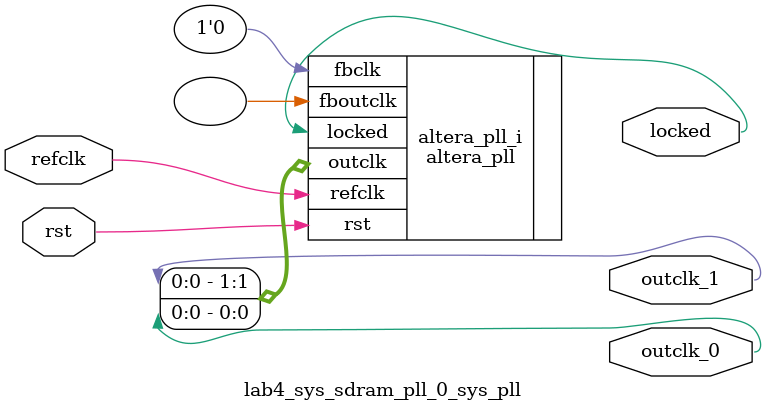
<source format=v>
`timescale 1ns/10ps
module  lab4_sys_sdram_pll_0_sys_pll(

	// interface 'refclk'
	input wire refclk,

	// interface 'reset'
	input wire rst,

	// interface 'outclk0'
	output wire outclk_0,

	// interface 'outclk1'
	output wire outclk_1,

	// interface 'locked'
	output wire locked
);

	altera_pll #(
		.fractional_vco_multiplier("false"),
		.reference_clock_frequency("50.0 MHz"),
		.operation_mode("direct"),
		.number_of_clocks(2),
		.output_clock_frequency0("50.000000 MHz"),
		.phase_shift0("0 ps"),
		.duty_cycle0(50),
		.output_clock_frequency1("50.000000 MHz"),
		.phase_shift1("-3000 ps"),
		.duty_cycle1(50),
		.output_clock_frequency2("0 MHz"),
		.phase_shift2("0 ps"),
		.duty_cycle2(50),
		.output_clock_frequency3("0 MHz"),
		.phase_shift3("0 ps"),
		.duty_cycle3(50),
		.output_clock_frequency4("0 MHz"),
		.phase_shift4("0 ps"),
		.duty_cycle4(50),
		.output_clock_frequency5("0 MHz"),
		.phase_shift5("0 ps"),
		.duty_cycle5(50),
		.output_clock_frequency6("0 MHz"),
		.phase_shift6("0 ps"),
		.duty_cycle6(50),
		.output_clock_frequency7("0 MHz"),
		.phase_shift7("0 ps"),
		.duty_cycle7(50),
		.output_clock_frequency8("0 MHz"),
		.phase_shift8("0 ps"),
		.duty_cycle8(50),
		.output_clock_frequency9("0 MHz"),
		.phase_shift9("0 ps"),
		.duty_cycle9(50),
		.output_clock_frequency10("0 MHz"),
		.phase_shift10("0 ps"),
		.duty_cycle10(50),
		.output_clock_frequency11("0 MHz"),
		.phase_shift11("0 ps"),
		.duty_cycle11(50),
		.output_clock_frequency12("0 MHz"),
		.phase_shift12("0 ps"),
		.duty_cycle12(50),
		.output_clock_frequency13("0 MHz"),
		.phase_shift13("0 ps"),
		.duty_cycle13(50),
		.output_clock_frequency14("0 MHz"),
		.phase_shift14("0 ps"),
		.duty_cycle14(50),
		.output_clock_frequency15("0 MHz"),
		.phase_shift15("0 ps"),
		.duty_cycle15(50),
		.output_clock_frequency16("0 MHz"),
		.phase_shift16("0 ps"),
		.duty_cycle16(50),
		.output_clock_frequency17("0 MHz"),
		.phase_shift17("0 ps"),
		.duty_cycle17(50),
		.pll_type("General"),
		.pll_subtype("General")
	) altera_pll_i (
		.rst	(rst),
		.outclk	({outclk_1, outclk_0}),
		.locked	(locked),
		.fboutclk	( ),
		.fbclk	(1'b0),
		.refclk	(refclk)
	);
endmodule


</source>
